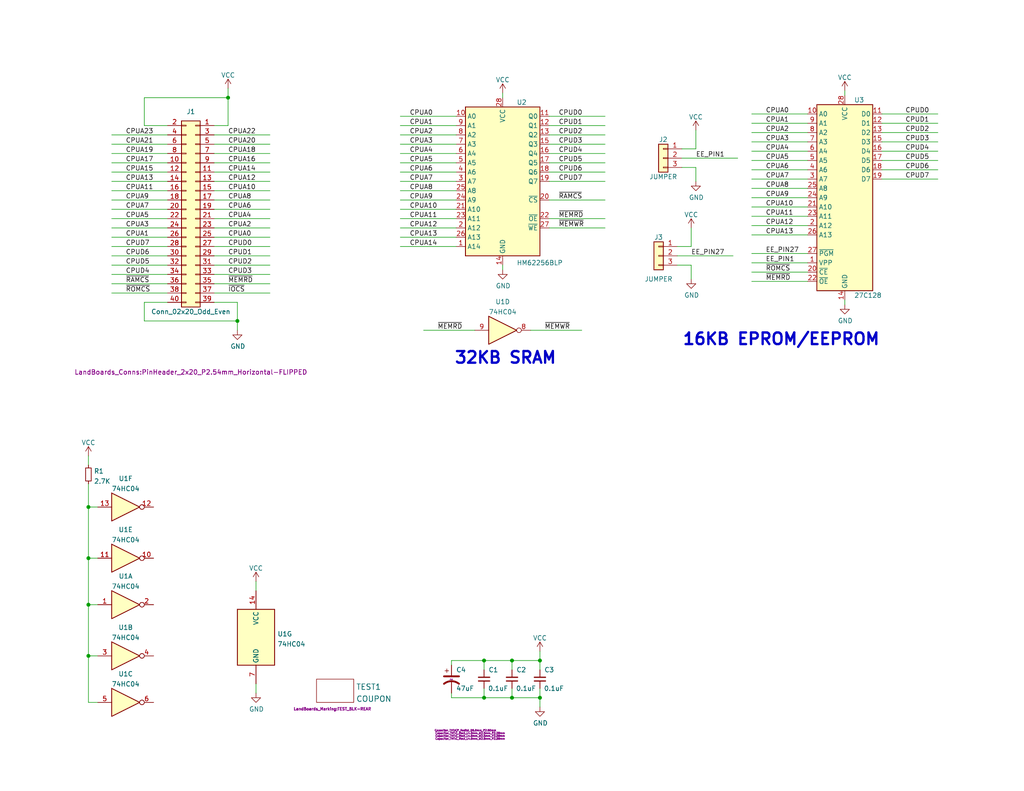
<source format=kicad_sch>
(kicad_sch (version 20231120) (generator "eeschema") (generator_version "8.0")
  (paper "A")
  (title_block (title "LB-MEM-02") (date "2024-09-07") (rev "3") (company "Land Boards LLC"))
  (lib_symbols
    (symbol "74xx:74HC04"
      (property "Reference" "U" (at 0 1.27 0))
      (property "Value" "74HC04" (at 0 -1.27 0))
      (symbol "74HC04_1_0"
        (polyline (pts (xy -3.81 3.81) (xy -3.81 -3.81) (xy 3.81 0) (xy -3.81 3.81)) (stroke (width 0.254)) (fill (type background)))
        (pin input line (at -7.62 0 0) (length 3.81) (name "~") (number "1"))
        (pin output inverted (at 7.62 0 180) (length 3.81) (name "~") (number "2"))
      )
      (symbol "74HC04_2_0"
        (polyline (pts (xy -3.81 3.81) (xy -3.81 -3.81) (xy 3.81 0) (xy -3.81 3.81)) (stroke (width 0.254)) (fill (type background)))
        (pin input line (at -7.62 0 0) (length 3.81) (name "~") (number "3"))
        (pin output inverted (at 7.62 0 180) (length 3.81) (name "~") (number "4"))
      )
      (symbol "74HC04_3_0"
        (polyline (pts (xy -3.81 3.81) (xy -3.81 -3.81) (xy 3.81 0) (xy -3.81 3.81)) (stroke (width 0.254)) (fill (type background)))
        (pin input line (at -7.62 0 0) (length 3.81) (name "~") (number "5"))
        (pin output inverted (at 7.62 0 180) (length 3.81) (name "~") (number "6"))
      )
      (symbol "74HC04_4_0"
        (polyline (pts (xy -3.81 3.81) (xy -3.81 -3.81) (xy 3.81 0) (xy -3.81 3.81)) (stroke (width 0.254)) (fill (type background)))
        (pin output inverted (at 7.62 0 180) (length 3.81) (name "~") (number "8"))
        (pin input line (at -7.62 0 0) (length 3.81) (name "~") (number "9"))
      )
      (symbol "74HC04_5_0"
        (polyline (pts (xy -3.81 3.81) (xy -3.81 -3.81) (xy 3.81 0) (xy -3.81 3.81)) (stroke (width 0.254)) (fill (type background)))
        (pin output inverted (at 7.62 0 180) (length 3.81) (name "~") (number "10"))
        (pin input line (at -7.62 0 0) (length 3.81) (name "~") (number "11"))
      )
      (symbol "74HC04_6_0"
        (polyline (pts (xy -3.81 3.81) (xy -3.81 -3.81) (xy 3.81 0) (xy -3.81 3.81)) (stroke (width 0.254)) (fill (type background)))
        (pin output inverted (at 7.62 0 180) (length 3.81) (name "~") (number "12"))
        (pin input line (at -7.62 0 0) (length 3.81) (name "~") (number "13"))
      )
      (symbol "74HC04_7_0"
        (pin power_in line (at 0 12.7 270) (length 5.08) (name "VCC") (number "14"))
        (pin power_in line (at 0 -12.7 90) (length 5.08) (name "GND") (number "7"))
      )
      (symbol "74HC04_7_1"
        (rectangle (start -5.08 7.62) (end 5.08 -7.62) (stroke (width 0.254)) (fill (type background)))
      )
    )
    (symbol "Connector_Generic:Conn_01x03" (pin_names (offset 1.016) hide)
      (property "Reference" "J" (at 0 5.08 0))
      (property "Value" "Conn_01x03" (at 0 -5.08 0))
      (symbol "Conn_01x03_1_1"
        (rectangle (start -1.27 -2.413) (end 0 -2.667) (stroke (width 0.1524)))
        (rectangle (start -1.27 0.127) (end 0 -0.127) (stroke (width 0.1524)))
        (rectangle (start -1.27 2.667) (end 0 2.413) (stroke (width 0.1524)))
        (rectangle (start -1.27 3.81) (end 1.27 -3.81) (stroke (width 0.254)) (fill (type background)))
        (pin passive line (at -5.08 2.54 0) (length 3.81) (name "Pin_1") (number "1"))
        (pin passive line (at -5.08 0 0) (length 3.81) (name "Pin_2") (number "2"))
        (pin passive line (at -5.08 -2.54 0) (length 3.81) (name "Pin_3") (number "3"))
      )
    )
    (symbol "Connector_Generic:Conn_02x20_Odd_Even" (pin_names (offset 1.016) hide)
      (property "Reference" "J" (at 1.27 25.4 0))
      (property "Value" "Conn_02x20_Odd_Even" (at 1.27 -27.94 0))
      (symbol "Conn_02x20_Odd_Even_1_1"
        (rectangle (start -1.27 -25.273) (end 0 -25.527) (stroke (width 0.1524)))
        (rectangle (start -1.27 -22.733) (end 0 -22.987) (stroke (width 0.1524)))
        (rectangle (start -1.27 -20.193) (end 0 -20.447) (stroke (width 0.1524)))
        (rectangle (start -1.27 -17.653) (end 0 -17.907) (stroke (width 0.1524)))
        (rectangle (start -1.27 -15.113) (end 0 -15.367) (stroke (width 0.1524)))
        (rectangle (start -1.27 -12.573) (end 0 -12.827) (stroke (width 0.1524)))
        (rectangle (start -1.27 -10.033) (end 0 -10.287) (stroke (width 0.1524)))
        (rectangle (start -1.27 -7.493) (end 0 -7.747) (stroke (width 0.1524)))
        (rectangle (start -1.27 -4.953) (end 0 -5.207) (stroke (width 0.1524)))
        (rectangle (start -1.27 -2.413) (end 0 -2.667) (stroke (width 0.1524)))
        (rectangle (start -1.27 0.127) (end 0 -0.127) (stroke (width 0.1524)))
        (rectangle (start -1.27 2.667) (end 0 2.413) (stroke (width 0.1524)))
        (rectangle (start -1.27 5.207) (end 0 4.953) (stroke (width 0.1524)))
        (rectangle (start -1.27 7.747) (end 0 7.493) (stroke (width 0.1524)))
        (rectangle (start -1.27 10.287) (end 0 10.033) (stroke (width 0.1524)))
        (rectangle (start -1.27 12.827) (end 0 12.573) (stroke (width 0.1524)))
        (rectangle (start -1.27 15.367) (end 0 15.113) (stroke (width 0.1524)))
        (rectangle (start -1.27 17.907) (end 0 17.653) (stroke (width 0.1524)))
        (rectangle (start -1.27 20.447) (end 0 20.193) (stroke (width 0.1524)))
        (rectangle (start -1.27 22.987) (end 0 22.733) (stroke (width 0.1524)))
        (rectangle (start -1.27 24.13) (end 3.81 -26.67) (stroke (width 0.254)) (fill (type background)))
        (rectangle (start 3.81 -25.273) (end 2.54 -25.527) (stroke (width 0.1524)))
        (rectangle (start 3.81 -22.733) (end 2.54 -22.987) (stroke (width 0.1524)))
        (rectangle (start 3.81 -20.193) (end 2.54 -20.447) (stroke (width 0.1524)))
        (rectangle (start 3.81 -17.653) (end 2.54 -17.907) (stroke (width 0.1524)))
        (rectangle (start 3.81 -15.113) (end 2.54 -15.367) (stroke (width 0.1524)))
        (rectangle (start 3.81 -12.573) (end 2.54 -12.827) (stroke (width 0.1524)))
        (rectangle (start 3.81 -10.033) (end 2.54 -10.287) (stroke (width 0.1524)))
        (rectangle (start 3.81 -7.493) (end 2.54 -7.747) (stroke (width 0.1524)))
        (rectangle (start 3.81 -4.953) (end 2.54 -5.207) (stroke (width 0.1524)))
        (rectangle (start 3.81 -2.413) (end 2.54 -2.667) (stroke (width 0.1524)))
        (rectangle (start 3.81 0.127) (end 2.54 -0.127) (stroke (width 0.1524)))
        (rectangle (start 3.81 2.667) (end 2.54 2.413) (stroke (width 0.1524)))
        (rectangle (start 3.81 5.207) (end 2.54 4.953) (stroke (width 0.1524)))
        (rectangle (start 3.81 7.747) (end 2.54 7.493) (stroke (width 0.1524)))
        (rectangle (start 3.81 10.287) (end 2.54 10.033) (stroke (width 0.1524)))
        (rectangle (start 3.81 12.827) (end 2.54 12.573) (stroke (width 0.1524)))
        (rectangle (start 3.81 15.367) (end 2.54 15.113) (stroke (width 0.1524)))
        (rectangle (start 3.81 17.907) (end 2.54 17.653) (stroke (width 0.1524)))
        (rectangle (start 3.81 20.447) (end 2.54 20.193) (stroke (width 0.1524)))
        (rectangle (start 3.81 22.987) (end 2.54 22.733) (stroke (width 0.1524)))
        (pin passive line (at -5.08 22.86 0) (length 3.81) (name "Pin_1") (number "1"))
        (pin passive line (at 7.62 12.7 180) (length 3.81) (name "Pin_10") (number "10"))
        (pin passive line (at -5.08 10.16 0) (length 3.81) (name "Pin_11") (number "11"))
        (pin passive line (at 7.62 10.16 180) (length 3.81) (name "Pin_12") (number "12"))
        (pin passive line (at -5.08 7.62 0) (length 3.81) (name "Pin_13") (number "13"))
        (pin passive line (at 7.62 7.62 180) (length 3.81) (name "Pin_14") (number "14"))
        (pin passive line (at -5.08 5.08 0) (length 3.81) (name "Pin_15") (number "15"))
        (pin passive line (at 7.62 5.08 180) (length 3.81) (name "Pin_16") (number "16"))
        (pin passive line (at -5.08 2.54 0) (length 3.81) (name "Pin_17") (number "17"))
        (pin passive line (at 7.62 2.54 180) (length 3.81) (name "Pin_18") (number "18"))
        (pin passive line (at -5.08 0 0) (length 3.81) (name "Pin_19") (number "19"))
        (pin passive line (at 7.62 22.86 180) (length 3.81) (name "Pin_2") (number "2"))
        (pin passive line (at 7.62 0 180) (length 3.81) (name "Pin_20") (number "20"))
        (pin passive line (at -5.08 -2.54 0) (length 3.81) (name "Pin_21") (number "21"))
        (pin passive line (at 7.62 -2.54 180) (length 3.81) (name "Pin_22") (number "22"))
        (pin passive line (at -5.08 -5.08 0) (length 3.81) (name "Pin_23") (number "23"))
        (pin passive line (at 7.62 -5.08 180) (length 3.81) (name "Pin_24") (number "24"))
        (pin passive line (at -5.08 -7.62 0) (length 3.81) (name "Pin_25") (number "25"))
        (pin passive line (at 7.62 -7.62 180) (length 3.81) (name "Pin_26") (number "26"))
        (pin passive line (at -5.08 -10.16 0) (length 3.81) (name "Pin_27") (number "27"))
        (pin passive line (at 7.62 -10.16 180) (length 3.81) (name "Pin_28") (number "28"))
        (pin passive line (at -5.08 -12.7 0) (length 3.81) (name "Pin_29") (number "29"))
        (pin passive line (at -5.08 20.32 0) (length 3.81) (name "Pin_3") (number "3"))
        (pin passive line (at 7.62 -12.7 180) (length 3.81) (name "Pin_30") (number "30"))
        (pin passive line (at -5.08 -15.24 0) (length 3.81) (name "Pin_31") (number "31"))
        (pin passive line (at 7.62 -15.24 180) (length 3.81) (name "Pin_32") (number "32"))
        (pin passive line (at -5.08 -17.78 0) (length 3.81) (name "Pin_33") (number "33"))
        (pin passive line (at 7.62 -17.78 180) (length 3.81) (name "Pin_34") (number "34"))
        (pin passive line (at -5.08 -20.32 0) (length 3.81) (name "Pin_35") (number "35"))
        (pin passive line (at 7.62 -20.32 180) (length 3.81) (name "Pin_36") (number "36"))
        (pin passive line (at -5.08 -22.86 0) (length 3.81) (name "Pin_37") (number "37"))
        (pin passive line (at 7.62 -22.86 180) (length 3.81) (name "Pin_38") (number "38"))
        (pin passive line (at -5.08 -25.4 0) (length 3.81) (name "Pin_39") (number "39"))
        (pin passive line (at 7.62 20.32 180) (length 3.81) (name "Pin_4") (number "4"))
        (pin passive line (at 7.62 -25.4 180) (length 3.81) (name "Pin_40") (number "40"))
        (pin passive line (at -5.08 17.78 0) (length 3.81) (name "Pin_5") (number "5"))
        (pin passive line (at 7.62 17.78 180) (length 3.81) (name "Pin_6") (number "6"))
        (pin passive line (at -5.08 15.24 0) (length 3.81) (name "Pin_7") (number "7"))
        (pin passive line (at 7.62 15.24 180) (length 3.81) (name "Pin_8") (number "8"))
        (pin passive line (at -5.08 12.7 0) (length 3.81) (name "Pin_9") (number "9"))
      )
    )
    (symbol "Device:CP1" (pin_numbers hide) (pin_names (offset 0.254) hide)
      (property "Reference" "C" (at 0.635 2.54 0))
      (property "Value" "Device_CP1" (at 0.635 -2.54 0))
      (symbol "CP1_0_1"
        (polyline (pts (xy -2.032 0.762) (xy 2.032 0.762)) (stroke (width 0.508)))
        (polyline (pts (xy -1.778 2.286) (xy -0.762 2.286)))
        (polyline (pts (xy -1.27 1.778) (xy -1.27 2.794)))
        (arc (start 2.032 -1.27) (mid 0 -0.5572) (end -2.032 -1.27) (stroke (width 0.508)))
      )
      (symbol "CP1_1_1"
        (pin passive line (at 0 3.81 270) (length 2.794) (name "~") (number "1"))
        (pin passive line (at 0 -3.81 90) (length 3.302) (name "~") (number "2"))
      )
    )
    (symbol "Device:C_Small" (pin_numbers hide) (pin_names (offset 0.254) hide)
      (property "Reference" "C" (at 0.254 1.778 0))
      (property "Value" "C_Small" (at 0.254 -2.032 0))
      (symbol "C_Small_0_1"
        (polyline (pts (xy -1.524 -0.508) (xy 1.524 -0.508)) (stroke (width 0.3302)))
        (polyline (pts (xy -1.524 0.508) (xy 1.524 0.508)) (stroke (width 0.3048)))
      )
      (symbol "C_Small_1_1"
        (pin passive line (at 0 2.54 270) (length 2.032) (name "~") (number "1"))
        (pin passive line (at 0 -2.54 90) (length 2.032) (name "~") (number "2"))
      )
    )
    (symbol "Device:R_Small" (pin_numbers hide) (pin_names (offset 0.254) hide)
      (property "Reference" "R" (at 0.762 0.508 0))
      (property "Value" "R_Small" (at 0.762 -1.016 0))
      (symbol "R_Small_0_1"
        (rectangle (start -0.762 1.778) (end 0.762 -1.778) (stroke (width 0.2032)))
      )
      (symbol "R_Small_1_1"
        (pin passive line (at 0 2.54 270) (length 0.762) (name "~") (number "1"))
        (pin passive line (at 0 -2.54 90) (length 0.762) (name "~") (number "2"))
      )
    )
    (symbol "LandBoards:COUPON" (pin_names (offset 1.016))
      (property "Reference" "COUP?" (at 0 0 0))
      (property "Value" "COUPON" (at 0 0 0))
      (symbol "COUPON_0_1"
        (rectangle (start -5.08 0) (end 5.08 6.35))
      )
    )
    (symbol "Memory_EPROM:27C128"
      (property "Reference" "U" (at -7.62 26.67 0))
      (property "Value" "27C128" (at 2.54 -26.67 0))
      (symbol "27C128_1_1"
        (rectangle (start -7.62 25.4) (end 7.62 -25.4) (stroke (width 0.254)) (fill (type background)))
        (pin input line (at -10.16 -17.78 0) (length 2.54) (name "VPP") (number "1"))
        (pin input line (at -10.16 22.86 0) (length 2.54) (name "A0") (number "10"))
        (pin tri_state line (at 10.16 22.86 180) (length 2.54) (name "D0") (number "11"))
        (pin tri_state line (at 10.16 20.32 180) (length 2.54) (name "D1") (number "12"))
        (pin tri_state line (at 10.16 17.78 180) (length 2.54) (name "D2") (number "13"))
        (pin power_in line (at 0 -27.94 90) (length 2.54) (name "GND") (number "14"))
        (pin tri_state line (at 10.16 15.24 180) (length 2.54) (name "D3") (number "15"))
        (pin tri_state line (at 10.16 12.7 180) (length 2.54) (name "D4") (number "16"))
        (pin tri_state line (at 10.16 10.16 180) (length 2.54) (name "D5") (number "17"))
        (pin tri_state line (at 10.16 7.62 180) (length 2.54) (name "D6") (number "18"))
        (pin tri_state line (at 10.16 5.08 180) (length 2.54) (name "D7") (number "19"))
        (pin input line (at -10.16 -7.62 0) (length 2.54) (name "A12") (number "2"))
        (pin input line (at -10.16 -20.32 0) (length 2.54) (name "~{CE}") (number "20"))
        (pin input line (at -10.16 -2.54 0) (length 2.54) (name "A10") (number "21"))
        (pin input line (at -10.16 -22.86 0) (length 2.54) (name "~{OE}") (number "22"))
        (pin input line (at -10.16 -5.08 0) (length 2.54) (name "A11") (number "23"))
        (pin input line (at -10.16 0 0) (length 2.54) (name "A9") (number "24"))
        (pin input line (at -10.16 2.54 0) (length 2.54) (name "A8") (number "25"))
        (pin input line (at -10.16 -10.16 0) (length 2.54) (name "A13") (number "26"))
        (pin input line (at -10.16 -15.24 0) (length 2.54) (name "~{PGM}") (number "27"))
        (pin power_in line (at 0 27.94 270) (length 2.54) (name "VCC") (number "28"))
        (pin input line (at -10.16 5.08 0) (length 2.54) (name "A7") (number "3"))
        (pin input line (at -10.16 7.62 0) (length 2.54) (name "A6") (number "4"))
        (pin input line (at -10.16 10.16 0) (length 2.54) (name "A5") (number "5"))
        (pin input line (at -10.16 12.7 0) (length 2.54) (name "A4") (number "6"))
        (pin input line (at -10.16 15.24 0) (length 2.54) (name "A3") (number "7"))
        (pin input line (at -10.16 17.78 0) (length 2.54) (name "A2") (number "8"))
        (pin input line (at -10.16 20.32 0) (length 2.54) (name "A1") (number "9"))
      )
    )
    (symbol "Memory_RAM:HM62256BLP"
      (property "Reference" "U" (at -10.16 20.955 0))
      (property "Value" "HM62256BLP" (at 2.54 20.955 0))
      (symbol "HM62256BLP_0_0"
        (pin power_in line (at 0 -22.86 90) (length 2.54) (name "GND") (number "14"))
        (pin power_in line (at 0 22.86 270) (length 2.54) (name "VCC") (number "28"))
      )
      (symbol "HM62256BLP_0_1"
        (rectangle (start -10.16 20.32) (end 10.16 -20.32) (stroke (width 0.254)) (fill (type background)))
      )
      (symbol "HM62256BLP_1_1"
        (pin input line (at -12.7 -17.78 0) (length 2.54) (name "A14") (number "1"))
        (pin input line (at -12.7 17.78 0) (length 2.54) (name "A0") (number "10"))
        (pin tri_state line (at 12.7 17.78 180) (length 2.54) (name "Q0") (number "11"))
        (pin tri_state line (at 12.7 15.24 180) (length 2.54) (name "Q1") (number "12"))
        (pin tri_state line (at 12.7 12.7 180) (length 2.54) (name "Q2") (number "13"))
        (pin tri_state line (at 12.7 10.16 180) (length 2.54) (name "Q3") (number "15"))
        (pin tri_state line (at 12.7 7.62 180) (length 2.54) (name "Q4") (number "16"))
        (pin tri_state line (at 12.7 5.08 180) (length 2.54) (name "Q5") (number "17"))
        (pin tri_state line (at 12.7 2.54 180) (length 2.54) (name "Q6") (number "18"))
        (pin tri_state line (at 12.7 0 180) (length 2.54) (name "Q7") (number "19"))
        (pin input line (at -12.7 -12.7 0) (length 2.54) (name "A12") (number "2"))
        (pin input line (at 12.7 -5.08 180) (length 2.54) (name "~{CS}") (number "20"))
        (pin input line (at -12.7 -7.62 0) (length 2.54) (name "A10") (number "21"))
        (pin input line (at 12.7 -10.16 180) (length 2.54) (name "~{OE}") (number "22"))
        (pin input line (at -12.7 -10.16 0) (length 2.54) (name "A11") (number "23"))
        (pin input line (at -12.7 -5.08 0) (length 2.54) (name "A9") (number "24"))
        (pin input line (at -12.7 -2.54 0) (length 2.54) (name "A8") (number "25"))
        (pin input line (at -12.7 -15.24 0) (length 2.54) (name "A13") (number "26"))
        (pin input line (at 12.7 -12.7 180) (length 2.54) (name "~{WE}") (number "27"))
        (pin input line (at -12.7 0 0) (length 2.54) (name "A7") (number "3"))
        (pin input line (at -12.7 2.54 0) (length 2.54) (name "A6") (number "4"))
        (pin input line (at -12.7 5.08 0) (length 2.54) (name "A5") (number "5"))
        (pin input line (at -12.7 7.62 0) (length 2.54) (name "A4") (number "6"))
        (pin input line (at -12.7 10.16 0) (length 2.54) (name "A3") (number "7"))
        (pin input line (at -12.7 12.7 0) (length 2.54) (name "A2") (number "8"))
        (pin input line (at -12.7 15.24 0) (length 2.54) (name "A1") (number "9"))
      )
    )
    (symbol "power:GND" (power) (pin_names (offset 0))
      (property "Value" "GND" (at 0 -3.81 0))
      (symbol "GND_0_1"
        (polyline (pts (xy 0 0) (xy 0 -1.27) (xy 1.27 -1.27) (xy 0 -2.54) (xy -1.27 -1.27) (xy 0 -1.27)))
      )
      (symbol "GND_1_1"
        (pin power_in line (at 0 0 270) (length 0) hide (name "GND") (number "1"))
      )
    )
    (symbol "power:VCC" (power) (pin_names (offset 0))
      (property "Value" "VCC" (at 0 3.81 0))
      (symbol "VCC_0_1"
        (polyline (pts (xy -0.762 1.27) (xy 0 2.54)))
        (polyline (pts (xy 0 0) (xy 0 2.54)))
        (polyline (pts (xy 0 2.54) (xy 0.762 1.27)))
      )
      (symbol "VCC_1_1"
        (pin power_in line (at 0 0 90) (length 0) hide (name "VCC") (number "1"))
      )
    )
  )
  (junction (at 132.08 190.5))
  (junction (at 24.13 179.07))
  (junction (at 139.7 180.34))
  (junction (at 64.77 87.63))
  (junction (at 62.23 26.67))
  (junction (at 139.7 190.5))
  (junction (at 24.13 152.4))
  (junction (at 147.32 180.34))
  (junction (at 147.32 190.5))
  (junction (at 24.13 165.1))
  (junction (at 132.08 180.34))
  (junction (at 24.13 138.43))
  (wire (pts (xy 149.86 46.99) (xy 165.1 46.99)))
  (wire (pts (xy 109.22 41.91) (xy 124.46 41.91)))
  (wire (pts (xy 240.665 41.275) (xy 255.905 41.275)))
  (wire (pts (xy 205.105 53.975) (xy 220.345 53.975)))
  (wire (pts (xy 230.505 24.765) (xy 230.505 26.035)))
  (wire (pts (xy 147.32 190.5) (xy 139.7 190.5)))
  (wire (pts (xy 240.665 43.815) (xy 255.905 43.815)))
  (wire (pts (xy 149.86 36.83) (xy 165.1 36.83)))
  (wire (pts (xy 147.32 182.88) (xy 147.32 180.34)))
  (wire (pts (xy 186.055 43.18) (xy 201.295 43.18)))
  (wire (pts (xy 58.42 57.15) (xy 73.66 57.15)))
  (wire (pts (xy 139.7 190.5) (xy 132.08 190.5)))
  (wire (pts (xy 123.19 190.5) (xy 132.08 190.5)))
  (wire (pts (xy 58.42 82.55) (xy 64.77 82.55)))
  (wire (pts (xy 147.32 190.5) (xy 147.32 193.04)))
  (wire (pts (xy 205.105 33.655) (xy 220.345 33.655)))
  (wire (pts (xy 205.105 56.515) (xy 220.345 56.515)))
  (wire (pts (xy 24.13 191.77) (xy 26.67 191.77)))
  (wire (pts (xy 30.48 80.01) (xy 45.72 80.01)))
  (wire (pts (xy 147.32 177.8) (xy 147.32 180.34)))
  (wire (pts (xy 184.785 72.39) (xy 188.595 72.39)))
  (wire (pts (xy 109.22 64.77) (xy 124.46 64.77)))
  (wire (pts (xy 205.105 48.895) (xy 220.345 48.895)))
  (wire (pts (xy 24.13 165.1) (xy 24.13 179.07)))
  (wire (pts (xy 62.23 34.29) (xy 62.23 26.67)))
  (wire (pts (xy 205.105 43.815) (xy 220.345 43.815)))
  (wire (pts (xy 58.42 49.53) (xy 73.66 49.53)))
  (wire (pts (xy 30.48 52.07) (xy 45.72 52.07)))
  (wire (pts (xy 64.77 87.63) (xy 39.37 87.63)))
  (wire (pts (xy 58.42 69.85) (xy 73.66 69.85)))
  (wire (pts (xy 30.48 39.37) (xy 45.72 39.37)))
  (wire (pts (xy 109.22 62.23) (xy 124.46 62.23)))
  (wire (pts (xy 240.665 48.895) (xy 255.905 48.895)))
  (wire (pts (xy 132.08 190.5) (xy 132.08 187.96)))
  (wire (pts (xy 109.22 46.99) (xy 124.46 46.99)))
  (wire (pts (xy 240.665 38.735) (xy 255.905 38.735)))
  (wire (pts (xy 109.22 67.31) (xy 124.46 67.31)))
  (wire (pts (xy 24.13 138.43) (xy 24.13 152.4)))
  (wire (pts (xy 188.595 62.23) (xy 188.595 67.31)))
  (wire (pts (xy 69.85 158.75) (xy 69.85 161.29)))
  (wire (pts (xy 205.105 38.735) (xy 220.345 38.735)))
  (wire (pts (xy 137.16 25.4) (xy 137.16 26.67)))
  (wire (pts (xy 149.86 49.53) (xy 165.1 49.53)))
  (wire (pts (xy 58.42 80.01) (xy 73.66 80.01)))
  (wire (pts (xy 62.23 26.67) (xy 39.37 26.67)))
  (wire (pts (xy 205.105 61.595) (xy 220.345 61.595)))
  (wire (pts (xy 189.865 35.56) (xy 189.865 40.64)))
  (wire (pts (xy 205.105 64.135) (xy 220.345 64.135)))
  (wire (pts (xy 123.19 180.34) (xy 132.08 180.34)))
  (wire (pts (xy 58.42 64.77) (xy 73.66 64.77)))
  (wire (pts (xy 109.22 36.83) (xy 124.46 36.83)))
  (wire (pts (xy 58.42 62.23) (xy 73.66 62.23)))
  (wire (pts (xy 149.86 44.45) (xy 165.1 44.45)))
  (wire (pts (xy 30.48 36.83) (xy 45.72 36.83)))
  (wire (pts (xy 30.48 57.15) (xy 45.72 57.15)))
  (wire (pts (xy 24.13 152.4) (xy 24.13 165.1)))
  (wire (pts (xy 30.48 41.91) (xy 45.72 41.91)))
  (wire (pts (xy 24.13 132.08) (xy 24.13 138.43)))
  (wire (pts (xy 30.48 49.53) (xy 45.72 49.53)))
  (wire (pts (xy 62.23 26.67) (xy 62.23 24.13)))
  (wire (pts (xy 30.48 72.39) (xy 45.72 72.39)))
  (wire (pts (xy 115.57 90.17) (xy 129.54 90.17)))
  (wire (pts (xy 30.48 74.93) (xy 45.72 74.93)))
  (wire (pts (xy 109.22 34.29) (xy 124.46 34.29)))
  (wire (pts (xy 205.105 76.835) (xy 220.345 76.835)))
  (wire (pts (xy 205.105 51.435) (xy 220.345 51.435)))
  (wire (pts (xy 147.32 187.96) (xy 147.32 190.5)))
  (wire (pts (xy 109.22 31.75) (xy 124.46 31.75)))
  (wire (pts (xy 26.67 179.07) (xy 24.13 179.07)))
  (wire (pts (xy 30.48 64.77) (xy 45.72 64.77)))
  (wire (pts (xy 39.37 26.67) (xy 39.37 34.29)))
  (wire (pts (xy 205.105 74.295) (xy 220.345 74.295)))
  (wire (pts (xy 30.48 77.47) (xy 45.72 77.47)))
  (wire (pts (xy 139.7 182.88) (xy 139.7 180.34)))
  (wire (pts (xy 132.08 182.88) (xy 132.08 180.34)))
  (wire (pts (xy 58.42 46.99) (xy 73.66 46.99)))
  (wire (pts (xy 109.22 39.37) (xy 124.46 39.37)))
  (wire (pts (xy 109.22 54.61) (xy 124.46 54.61)))
  (wire (pts (xy 64.77 87.63) (xy 64.77 90.17)))
  (wire (pts (xy 205.105 36.195) (xy 220.345 36.195)))
  (wire (pts (xy 149.86 31.75) (xy 165.1 31.75)))
  (wire (pts (xy 58.42 41.91) (xy 73.66 41.91)))
  (wire (pts (xy 149.86 62.23) (xy 165.1 62.23)))
  (wire (pts (xy 240.665 31.115) (xy 255.905 31.115)))
  (wire (pts (xy 58.42 44.45) (xy 73.66 44.45)))
  (wire (pts (xy 186.055 40.64) (xy 189.865 40.64)))
  (wire (pts (xy 64.77 82.55) (xy 64.77 87.63)))
  (wire (pts (xy 149.86 59.69) (xy 165.1 59.69)))
  (wire (pts (xy 205.105 59.055) (xy 220.345 59.055)))
  (wire (pts (xy 58.42 36.83) (xy 73.66 36.83)))
  (wire (pts (xy 149.86 34.29) (xy 165.1 34.29)))
  (wire (pts (xy 58.42 39.37) (xy 73.66 39.37)))
  (wire (pts (xy 230.505 81.915) (xy 230.505 83.185)))
  (wire (pts (xy 184.785 67.31) (xy 188.595 67.31)))
  (wire (pts (xy 30.48 46.99) (xy 45.72 46.99)))
  (wire (pts (xy 58.42 59.69) (xy 73.66 59.69)))
  (wire (pts (xy 240.665 36.195) (xy 255.905 36.195)))
  (wire (pts (xy 139.7 180.34) (xy 147.32 180.34)))
  (wire (pts (xy 30.48 44.45) (xy 45.72 44.45)))
  (wire (pts (xy 205.105 46.355) (xy 220.345 46.355)))
  (wire (pts (xy 58.42 52.07) (xy 73.66 52.07)))
  (wire (pts (xy 109.22 57.15) (xy 124.46 57.15)))
  (wire (pts (xy 188.595 72.39) (xy 188.595 76.2)))
  (wire (pts (xy 58.42 67.31) (xy 73.66 67.31)))
  (wire (pts (xy 139.7 187.96) (xy 139.7 190.5)))
  (wire (pts (xy 205.105 69.215) (xy 220.345 69.215)))
  (wire (pts (xy 69.85 189.23) (xy 69.85 186.69)))
  (wire (pts (xy 109.22 52.07) (xy 124.46 52.07)))
  (wire (pts (xy 58.42 54.61) (xy 73.66 54.61)))
  (wire (pts (xy 24.13 152.4) (xy 26.67 152.4)))
  (wire (pts (xy 240.665 46.355) (xy 255.905 46.355)))
  (wire (pts (xy 109.22 59.69) (xy 124.46 59.69)))
  (wire (pts (xy 109.22 44.45) (xy 124.46 44.45)))
  (wire (pts (xy 189.865 45.72) (xy 189.865 49.53)))
  (wire (pts (xy 39.37 34.29) (xy 45.72 34.29)))
  (wire (pts (xy 58.42 72.39) (xy 73.66 72.39)))
  (wire (pts (xy 58.42 34.29) (xy 62.23 34.29)))
  (wire (pts (xy 24.13 138.43) (xy 26.67 138.43)))
  (wire (pts (xy 30.48 67.31) (xy 45.72 67.31)))
  (wire (pts (xy 205.105 41.275) (xy 220.345 41.275)))
  (wire (pts (xy 30.48 69.85) (xy 45.72 69.85)))
  (wire (pts (xy 149.86 41.91) (xy 165.1 41.91)))
  (wire (pts (xy 205.105 31.115) (xy 220.345 31.115)))
  (wire (pts (xy 24.13 165.1) (xy 26.67 165.1)))
  (wire (pts (xy 205.105 71.755) (xy 220.345 71.755)))
  (wire (pts (xy 39.37 82.55) (xy 45.72 82.55)))
  (wire (pts (xy 149.86 39.37) (xy 165.1 39.37)))
  (wire (pts (xy 123.19 181.61) (xy 123.19 180.34)))
  (wire (pts (xy 137.16 72.39) (xy 137.16 73.66)))
  (wire (pts (xy 240.665 33.655) (xy 255.905 33.655)))
  (wire (pts (xy 24.13 179.07) (xy 24.13 191.77)))
  (wire (pts (xy 186.055 45.72) (xy 189.865 45.72)))
  (wire (pts (xy 30.48 59.69) (xy 45.72 59.69)))
  (wire (pts (xy 123.19 189.23) (xy 123.19 190.5)))
  (wire (pts (xy 144.78 90.17) (xy 158.75 90.17)))
  (wire (pts (xy 109.22 49.53) (xy 124.46 49.53)))
  (wire (pts (xy 149.86 54.61) (xy 165.1 54.61)))
  (wire (pts (xy 30.48 62.23) (xy 45.72 62.23)))
  (wire (pts (xy 132.08 180.34) (xy 139.7 180.34)))
  (wire (pts (xy 58.42 74.93) (xy 73.66 74.93)))
  (wire (pts (xy 39.37 87.63) (xy 39.37 82.55)))
  (wire (pts (xy 184.785 69.85) (xy 200.025 69.85)))
  (wire (pts (xy 30.48 54.61) (xy 45.72 54.61)))
  (wire (pts (xy 58.42 77.47) (xy 73.66 77.47)))
  (wire (pts (xy 24.13 124.46) (xy 24.13 127)))
  (text "32KB SRAM" (at 123.825 99.695 0) (effects (font (size 3.175 3.175) (thickness 0.635) (bold yes)) (justify left bottom)))
  (text "16KB EPROM/EEPROM" (at 186.055 94.615 0) (effects (font (size 3.175 3.175) (thickness 0.635) (bold yes)) (justify left bottom)))
  (label "CPUD0" (at 247.015 31.115 0))
  (label "CPUA4" (at 62.23 59.69 0))
  (label "CPUD1" (at 247.015 33.655 0))
  (label "CPUA12" (at 62.23 49.53 0))
  (label "CPUA9" (at 34.29 54.61 0))
  (label "CPUA6" (at 111.76 46.99 0))
  (label "CPUA6" (at 208.915 46.355 0))
  (label "CPUA20" (at 62.23 39.37 0))
  (label "CPUD3" (at 62.23 74.93 0))
  (label "CPUA2" (at 111.76 36.83 0))
  (label "CPUD4" (at 247.015 41.275 0))
  (label "CPUA8" (at 111.76 52.07 0))
  (label "~{RAMCS}" (at 152.4 54.61 0))
  (label "CPUD6" (at 247.015 46.355 0))
  (label "CPUD3" (at 152.4 39.37 0))
  (label "CPUD2" (at 247.015 36.195 0))
  (label "~{MEMWR}" (at 148.59 90.17 0))
  (label "EE_PIN1" (at 189.865 43.18 0))
  (label "CPUD2" (at 62.23 72.39 0))
  (label "CPUA11" (at 111.76 59.69 0))
  (label "CPUA3" (at 34.29 62.23 0))
  (label "EE_PIN1" (at 208.915 71.755 0))
  (label "CPUA15" (at 34.29 46.99 0))
  (label "CPUA2" (at 62.23 62.23 0))
  (label "CPUA7" (at 208.915 48.895 0))
  (label "CPUD4" (at 152.4 41.91 0))
  (label "CPUD2" (at 152.4 36.83 0))
  (label "CPUA19" (at 34.29 41.91 0))
  (label "CPUA11" (at 34.29 52.07 0))
  (label "CPUA5" (at 208.915 43.815 0))
  (label "~{MEMRD}" (at 119.38 90.17 0))
  (label "CPUD4" (at 34.29 74.93 0))
  (label "CPUA5" (at 111.76 44.45 0))
  (label "CPUA14" (at 111.76 67.31 0))
  (label "CPUA2" (at 208.915 36.195 0))
  (label "CPUA18" (at 62.23 41.91 0))
  (label "EE_PIN27" (at 188.595 69.85 0))
  (label "CPUA7" (at 34.29 57.15 0))
  (label "~{IOCS}" (at 62.23 80.01 0))
  (label "~{MEMRD}" (at 62.23 77.47 0))
  (label "~{MEMRD}" (at 208.915 76.835 0))
  (label "CPUA13" (at 208.915 64.135 0))
  (label "CPUD0" (at 62.23 67.31 0))
  (label "CPUA0" (at 111.76 31.75 0))
  (label "CPUA3" (at 111.76 39.37 0))
  (label "CPUD5" (at 152.4 44.45 0))
  (label "~{RAMCS}" (at 34.29 77.47 0))
  (label "EE_PIN27" (at 208.915 69.215 0))
  (label "CPUA9" (at 111.76 54.61 0))
  (label "~{ROMCS}" (at 208.915 74.295 0))
  (label "CPUD6" (at 152.4 46.99 0))
  (label "CPUD1" (at 152.4 34.29 0))
  (label "CPUA10" (at 62.23 52.07 0))
  (label "CPUD7" (at 152.4 49.53 0))
  (label "CPUD5" (at 34.29 72.39 0))
  (label "CPUA9" (at 208.915 53.975 0))
  (label "CPUA14" (at 62.23 46.99 0))
  (label "CPUA10" (at 111.76 57.15 0))
  (label "CPUA12" (at 208.915 61.595 0))
  (label "CPUA1" (at 111.76 34.29 0))
  (label "CPUA4" (at 111.76 41.91 0))
  (label "CPUD7" (at 34.29 67.31 0))
  (label "CPUA12" (at 111.76 62.23 0))
  (label "CPUA10" (at 208.915 56.515 0))
  (label "CPUA11" (at 208.915 59.055 0))
  (label "CPUA4" (at 208.915 41.275 0))
  (label "CPUA0" (at 208.915 31.115 0))
  (label "CPUA22" (at 62.23 36.83 0))
  (label "CPUA5" (at 34.29 59.69 0))
  (label "CPUD0" (at 152.4 31.75 0))
  (label "CPUA13" (at 34.29 49.53 0))
  (label "CPUA17" (at 34.29 44.45 0))
  (label "CPUA0" (at 62.23 64.77 0))
  (label "~{ROMCS}" (at 34.29 80.01 0))
  (label "CPUD7" (at 247.015 48.895 0))
  (label "CPUA1" (at 34.29 64.77 0))
  (label "CPUD3" (at 247.015 38.735 0))
  (label "CPUA8" (at 208.915 51.435 0))
  (label "CPUA3" (at 208.915 38.735 0))
  (label "CPUA13" (at 111.76 64.77 0))
  (label "CPUA23" (at 34.29 36.83 0))
  (label "CPUA21" (at 34.29 39.37 0))
  (label "CPUA1" (at 208.915 33.655 0))
  (label "CPUA16" (at 62.23 44.45 0))
  (label "~{MEMWR}" (at 152.4 62.23 0))
  (label "~{MEMRD}" (at 152.4 59.69 0))
  (label "CPUA6" (at 62.23 57.15 0))
  (label "CPUA8" (at 62.23 54.61 0))
  (label "CPUD6" (at 34.29 69.85 0))
  (label "CPUD1" (at 62.23 69.85 0))
  (label "CPUA7" (at 111.76 49.53 0))
  (label "CPUD5" (at 247.015 43.815 0))
  (symbol (lib_id "power:GND") (at 64.77 90.17 0) (unit 1)
    (property "Reference" "#PWR02" (effects (hide yes)))
    (property "Value" "GND" (at 64.897 94.5642 0))
  )
  (symbol (lib_id "power:GND") (at 137.16 73.66 0) (unit 1)
    (property "Reference" "#PWR0104" (effects (hide yes)))
    (property "Value" "GND" (at 137.287 78.0542 0))
  )
  (symbol (lib_id "power:GND") (at 147.32 193.04 0) (unit 1)
    (property "Reference" "#PWR0126" (effects (hide yes)))
    (property "Value" "GND" (at 147.447 197.4342 0))
  )
  (symbol (lib_id "Device:C_Small") (at 139.7 185.42 180) (unit 1)
    (property "Reference" "C2" (at 142.24 182.88 0))
    (property "Value" "0.1uF" (at 143.51 187.96 0))
    (property "Footprint" "Capacitor_THT:C_Rect_L4.0mm_W2.5mm_P2.50mm" (at 128.27 200.914 0) (effects (font (size 0.508 0.508))))
  )
  (symbol (lib_id "Device:C_Small") (at 147.32 185.42 180) (unit 1)
    (property "Reference" "C3" (at 149.86 182.88 0))
    (property "Value" "0.1uF" (at 151.13 187.96 0))
    (property "Footprint" "Capacitor_THT:C_Rect_L4.0mm_W2.5mm_P2.50mm" (at 128.27 200.152 0) (effects (font (size 0.508 0.508))))
  )
  (symbol (lib_id "Device:C_Small") (at 132.08 185.42 180) (unit 1)
    (property "Reference" "C1" (at 134.62 182.88 0))
    (property "Value" "0.1uF" (at 135.89 187.96 0))
    (property "Footprint" "Capacitor_THT:C_Rect_L4.0mm_W2.5mm_P2.50mm" (at 128.27 201.676 0) (effects (font (size 0.508 0.508))))
  )
  (symbol (lib_id "power:GND") (at 188.595 76.2 0) (unit 1)
    (property "Reference" "#PWR0108" (effects (hide yes)))
    (property "Value" "GND" (at 188.722 80.5942 0))
  )
  (symbol (lib_id "Memory_RAM:HM62256BLP") (at 137.16 49.53 0) (unit 1)
    (property "Reference" "U2" (at 140.97 27.94 0) (effects (justify left)))
    (property "Value" "HM62256BLP" (at 140.97 71.755 0) (effects (justify left)))
    (property "Footprint" "Package_DIP:DIP-28_W15.24mm_LongPads" (effects (hide yes)))
    (property "Datasheet" "https://web.mit.edu/6.115/www/document/62256.pdf" (effects (hide yes)))
  )
  (symbol (lib_id "74xx:74HC04") (at 137.16 90.17 0) (unit 4)
    (property "Reference" "U1" (at 137.16 82.3935 0))
    (property "Value" "74HC04" (at 137.16 85.1686 0))
    (property "Footprint" "Package_DIP:DIP-14_W7.62mm_LongPads" (effects (hide yes)))
    (property "Datasheet" "https://assets.nexperia.com/documents/data-sheet/74HC_HCT04.pdf" (effects (hide yes)))
  )
  (symbol (lib_id "power:VCC") (at 188.595 62.23 0) (unit 1)
    (property "Reference" "#PWR0106" (effects (hide yes)))
    (property "Value" "VCC" (at 188.595 58.6255 0))
  )
  (symbol (lib_id "Device:R_Small") (at 24.13 129.54 0) (unit 1)
    (property "Reference" "R1" (at 25.6286 128.6315 0) (effects (justify left)))
    (property "Value" "2.7K" (at 25.6286 131.4066 0) (effects (justify left)))
    (property "Footprint" "Resistor_THT:R_Axial_DIN0204_L3.6mm_D1.6mm_P7.62mm_Horizontal" (effects (hide yes)))
  )
  (symbol (lib_id "power:VCC") (at 230.505 24.765 0) (unit 1)
    (property "Reference" "#PWR0107" (effects (hide yes)))
    (property "Value" "VCC" (at 230.505 21.1605 0))
  )
  (symbol (lib_id "power:VCC") (at 62.23 24.13 0) (unit 1)
    (property "Reference" "#PWR0105" (effects (hide yes)))
    (property "Value" "VCC" (at 62.23 20.5255 0))
  )
  (symbol (lib_id "power:GND") (at 230.505 83.185 0) (unit 1)
    (property "Reference" "#PWR0103" (effects (hide yes)))
    (property "Value" "GND" (at 230.632 87.5792 0))
  )
  (symbol (lib_id "power:VCC") (at 69.85 158.75 0) (unit 1)
    (property "Reference" "#PWR03" (effects (hide yes)))
    (property "Value" "VCC" (at 69.85 155.1455 0))
  )
  (symbol (lib_id "power:GND") (at 69.85 189.23 0) (unit 1)
    (property "Reference" "#PWR01" (effects (hide yes)))
    (property "Value" "GND" (at 69.977 193.6242 0))
  )
  (symbol (lib_id "power:VCC") (at 24.13 124.46 0) (unit 1)
    (property "Reference" "#PWR0111" (effects (hide yes)))
    (property "Value" "VCC" (at 24.13 120.8555 0))
  )
  (symbol (lib_id "power:VCC") (at 147.32 177.8 0) (unit 1)
    (property "Reference" "#PWR0109" (effects (hide yes)))
    (property "Value" "VCC" (at 147.32 174.1955 0))
  )
  (symbol (lib_id "74xx:74HC04") (at 34.29 165.1 0) (unit 1)
    (property "Reference" "U1" (at 34.29 157.3235 0))
    (property "Value" "74HC04" (at 34.29 160.0986 0))
    (property "Footprint" "Package_DIP:DIP-14_W7.62mm_LongPads" (effects (hide yes)))
    (property "Datasheet" "https://assets.nexperia.com/documents/data-sheet/74HC_HCT04.pdf" (effects (hide yes)))
  )
  (symbol (lib_id "74xx:74HC04") (at 34.29 191.77 0) (unit 3)
    (property "Reference" "U1" (at 34.29 183.9935 0))
    (property "Value" "74HC04" (at 34.29 186.7686 0))
    (property "Footprint" "Package_DIP:DIP-14_W7.62mm_LongPads" (effects (hide yes)))
    (property "Datasheet" "https://assets.nexperia.com/documents/data-sheet/74HC_HCT04.pdf" (effects (hide yes)))
  )
  (symbol (lib_id "LandBoards:COUPON") (at 91.44 191.77 0) (unit 1)
    (property "Reference" "TEST1" (at 97.155 187.5303 0) (effects (font (size 1.524 1.524)) (justify left)))
    (property "Value" "COUPON" (at 97.155 190.8093 0) (effects (font (size 1.524 1.524)) (justify left)))
    (property "Footprint" "LandBoards_Marking:TEST_BLK-REAR" (at 90.678 193.548 0) (effects (font (size 0.762 0.762))))
  )
  (symbol (lib_id "Memory_EPROM:27C128") (at 230.505 53.975 0) (unit 1)
    (property "Reference" "U3" (at 233.045 27.305 0) (effects (justify left)))
    (property "Value" "27C128" (at 233.045 80.645 0) (effects (justify left)))
    (property "Footprint" "Package_DIP:DIP-28_W15.24mm_LongPads" (effects (hide yes)))
    (property "Datasheet" "http://ww1.microchip.com/downloads/en/devicedoc/11003L.pdf" (effects (hide yes)))
  )
  (symbol (lib_id "Connector_Generic:Conn_01x03") (at 179.705 69.85 0) (mirror y) (unit 1)
    (property "Reference" "J3" (at 179.705 64.77 0))
    (property "Value" "JUMPER" (at 179.705 76.2 0))
    (property "Footprint" "Connector_PinHeader_2.54mm:PinHeader_1x03_P2.54mm_Vertical" (effects (hide yes)))
  )
  (symbol (lib_id "Connector_Generic:Conn_02x20_Odd_Even") (at 53.34 57.15 0) (mirror y) (unit 1)
    (property "Reference" "J1" (at 52.07 30.48 0))
    (property "Value" "Conn_02x20_Odd_Even" (at 52.07 85.09 0))
    (property "Footprint" "LandBoards_Conns:PinHeader_2x20_P2.54mm_Horizontal-FLIPPED" (at 52.07 101.6 0))
  )
  (symbol (lib_id "Device:CP1") (at 123.19 185.42 0) (unit 1)
    (property "Reference" "C4" (at 124.46 182.88 0) (effects (justify left)))
    (property "Value" "47uF" (at 124.46 187.96 0) (effects (justify left)))
    (property "Footprint" "Capacitor_THT:CP_Radial_D5.0mm_P2.50mm" (at 127 199.39 0) (effects (font (size 0.508 0.508))))
    (property "Datasheet" "~" (at 123.19 185.42 0) (effects (font (size 1.524 1.524))))
  )
  (symbol (lib_id "Connector_Generic:Conn_01x03") (at 180.975 43.18 0) (mirror y) (unit 1)
    (property "Reference" "J2" (at 180.975 38.1 0))
    (property "Value" "JUMPER" (at 180.975 48.26 0))
    (property "Footprint" "Connector_PinHeader_2.54mm:PinHeader_1x03_P2.54mm_Vertical" (effects (hide yes)))
  )
  (symbol (lib_id "74xx:74HC04") (at 34.29 179.07 0) (unit 2)
    (property "Reference" "U1" (at 34.29 171.2935 0))
    (property "Value" "74HC04" (at 34.29 174.0686 0))
    (property "Footprint" "Package_DIP:DIP-14_W7.62mm_LongPads" (effects (hide yes)))
    (property "Datasheet" "https://assets.nexperia.com/documents/data-sheet/74HC_HCT04.pdf" (effects (hide yes)))
  )
  (symbol (lib_id "power:VCC") (at 189.865 35.56 0) (unit 1)
    (property "Reference" "#PWR0102" (effects (hide yes)))
    (property "Value" "VCC" (at 189.865 31.9555 0))
  )
  (symbol (lib_id "74xx:74HC04") (at 69.85 173.99 0) (unit 7)
    (property "Reference" "U1" (at 75.692 173.0815 0) (effects (justify left)))
    (property "Value" "74HC04" (at 75.692 175.8566 0) (effects (justify left)))
    (property "Footprint" "Package_DIP:DIP-14_W7.62mm_LongPads" (effects (hide yes)))
    (property "Datasheet" "https://assets.nexperia.com/documents/data-sheet/74HC_HCT04.pdf" (effects (hide yes)))
  )
  (symbol (lib_id "74xx:74HC04") (at 34.29 138.43 0) (unit 6)
    (property "Reference" "U1" (at 34.29 130.6535 0))
    (property "Value" "74HC04" (at 34.29 133.4286 0))
    (property "Footprint" "Package_DIP:DIP-14_W7.62mm_LongPads" (effects (hide yes)))
    (property "Datasheet" "https://assets.nexperia.com/documents/data-sheet/74HC_HCT04.pdf" (effects (hide yes)))
  )
  (symbol (lib_id "74xx:74HC04") (at 34.29 152.4 0) (unit 5)
    (property "Reference" "U1" (at 34.29 144.6235 0))
    (property "Value" "74HC04" (at 34.29 147.3986 0))
    (property "Footprint" "Package_DIP:DIP-14_W7.62mm_LongPads" (effects (hide yes)))
    (property "Datasheet" "https://assets.nexperia.com/documents/data-sheet/74HC_HCT04.pdf" (effects (hide yes)))
  )
  (symbol (lib_id "power:GND") (at 189.865 49.53 0) (unit 1)
    (property "Reference" "#PWR0110" (effects (hide yes)))
    (property "Value" "GND" (at 189.992 53.9242 0))
  )
  (symbol (lib_id "power:VCC") (at 137.16 25.4 0) (unit 1)
    (property "Reference" "#PWR0101" (effects (hide yes)))
    (property "Value" "VCC" (at 137.16 21.7955 0))
  )
)
</source>
